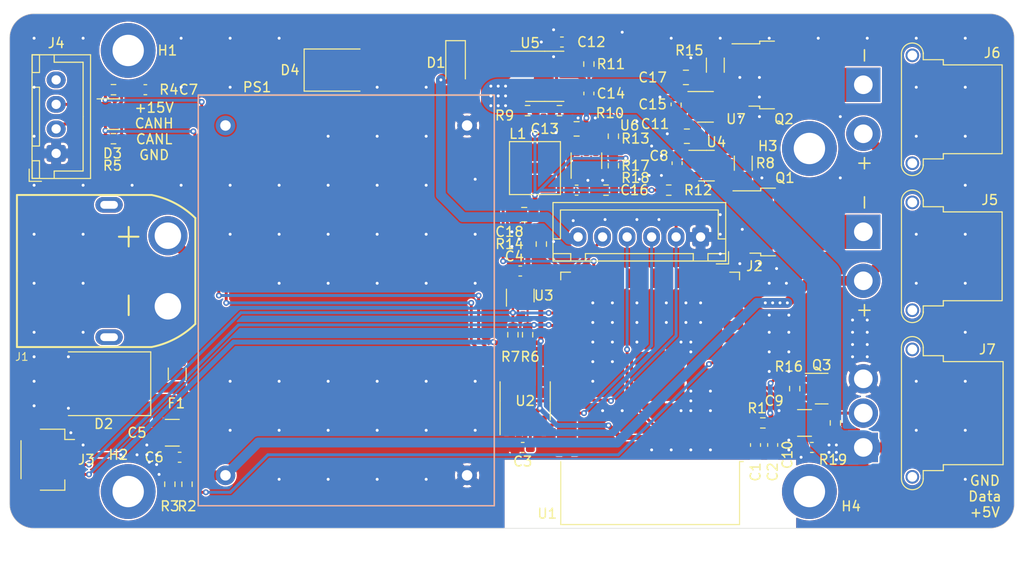
<source format=kicad_pcb>
(kicad_pcb (version 20211014) (generator pcbnew)
  (layers (0 "F.Cu" signal) (31 "B.Cu" signal) (34 "B.Paste" user) (35 "F.Paste" user) (36 "B.SilkS" user "B.Silkscreen") (37 "F.SilkS" user "F.Silkscreen") (38 "B.Mask" user) (39 "F.Mask" user) (44 "Edge.Cuts" user))
  (net 0 "")
  (net 1 "GND")
  (net 2 "+3V3")
  (net 3 "IO0")
  (net 4 "EN")
  (net 5 "ESP_TX")
  (net 6 "ESP_RX")
  (net 7 "+VSW")
  (net 8 "Net-(C7-Pad1)")
  (net 9 "+5V")
  (net 10 "I_SNS")
  (net 11 "+BATT")
  (net 12 "SCL")
  (net 13 "SDA")
  (net 14 "Net-(D1-Pad2)")
  (net 15 "Net-(J5-Pad1)")
  (net 16 "CANL")
  (net 17 "CANH")
  (net 18 "Net-(J6-Pad1)")
  (net 19 "CAN_RX")
  (net 20 "CAN_TX")
  (net 21 "Net-(Q1-Pad1)")
  (net 22 "Net-(J7-Pad2)")
  (net 23 "Net-(Q2-Pad1)")
  (net 24 "LED_Data")
  (net 25 "Net-(C16-Pad1)")
  (net 26 "Net-(C16-Pad2)")
  (net 27 "VIN_SNS")
  (net 28 "Net-(R8-Pad2)")
  (net 29 "IO36")
  (net 30 "5V_SNS")
  (net 31 "IO39")
  (net 33 "Net-(R13-Pad1)")
  (net 34 "Net-(R15-Pad2)")
  (net 35 "Net-(R17-Pad1)")
  (net 39 "LED_Light_1")
  (net 40 "LED_Light_2")
  (net 57 "Net-(R11-Pad2)")
  (net 60 "+5VP")
  (footprint "Capacitor_SMD:C_0603_1608Metric" (layer "F.Cu") (at 100.35 66.5 90)
    (fp_text reference "C2")
    (fp_text value "100n")
  )
  (footprint "Resistor_SMD:R_0603_1608Metric" (layer "F.Cu") (at 38.85 70.5 -90)
    (fp_text reference "R3")
    (fp_text value "1k")
  )
  (footprint "Capacitor_SMD:C_0603_1608Metric" (layer "F.Cu") (at 90.5 31.75 -90)
    (fp_text reference "C15")
    (fp_text value "100nF")
  )
  (footprint "Resistor_SMD:R_0603_1608Metric" (layer "F.Cu") (at 106.75 64.25 -90)
    (fp_text reference "R19")
    (fp_text value "1k")
  )
  (footprint "Resistor_SMD:R_0603_1608Metric" (layer "F.Cu") (at 99.35 64.25 180)
    (fp_text reference "R1")
    (fp_text value "1k")
  )
  (footprint "Resistor_SMD:R_1206_3216Metric" (layer "F.Cu") (at 94.5 27.75 -90)
    (fp_text reference "R15")
    (fp_text value "4.7")
  )
  (footprint "Connector_JST:JST_SH_SM04B-SRSS-TB_1x04-1MP_P1.00mm_Horizontal" (layer "F.Cu") (at 26.35 68 -90)
    (fp_text reference "J3")
    (fp_text value "I2C")
  )
  (footprint "Capacitor_SMD:C_1210_3225Metric" (layer "F.Cu") (at 39.1 65.25 180)
    (fp_text reference "C5")
    (fp_text value "2.2u 100V")
  )
  (footprint "Resistor_SMD:R_0603_1608Metric" (layer "F.Cu") (at 33.1 35.25 180)
    (fp_text reference "R5")
    (fp_text value "56R")
  )
  (footprint "Capacitor_SMD:C_0603_1608Metric" (layer "F.Cu") (at 74.6 48.75 180)
    (fp_text reference "C4")
    (fp_text value "100nF")
  )
  (footprint "Connector_JST:JST_XH_B4B-XH-A_1x04_P2.50mm_Vertical" (layer "F.Cu") (at 27.25 36.75 90)
    (fp_text reference "J4")
    (fp_text value "CAN2")
  )
  (footprint "RF_Module:ESP32-WROOM-32" (layer "F.Cu") (at 87.85 58.75 180)
    (fp_text reference "U1")
    (fp_text value "ESP32-WROOM-32")
  )
  (footprint "Connector_AMASS:AMASS_XT30PW-F_1x02_P2.50mm_Horizontal" (layer "F.Cu") (at 109.6 29.75 -90)
    (fp_text reference "J6")
    (fp_text value "XT30PW-F")
  )
  (footprint "Resistor_SMD:R_0603_1608Metric" (layer "F.Cu") (at 84.1 38 90)
    (fp_text reference "R17")
    (fp_text value "100k")
  )
  (footprint "Fuse:Fuse_1206_3216Metric" (layer "F.Cu") (at 39.6 59.25 90)
    (fp_text reference "F1")
    (fp_text value "2A permanent fuse")
  )
  (footprint "Capacitor_SMD:C_0603_1608Metric" (layer "F.Cu") (at 80.35 40.5)
    (fp_text reference "C16")
    (fp_text value "22n")
  )
  (footprint "Package_SO:SOIC-8_3.9x4.9mm_P1.27mm" (layer "F.Cu") (at 77.1 28.8875)
    (fp_text reference "U5")
    (fp_text value "CC6904")
  )
  (footprint "MountingHole:MountingHole_3.2mm_M3_DIN965_Pad" (layer "F.Cu") (at 34.6 71.25)
    (fp_text reference "H2")
    (fp_text value "MountingHole")
  )
  (footprint "Capacitor_SMD:C_0805_2012Metric" (layer "F.Cu") (at 91.6 35)
    (fp_text reference "C11")
    (fp_text value "1u")
  )
  (footprint "Resistor_SMD:R_0603_1608Metric" (layer "F.Cu") (at 33.1 30.25)
    (fp_text reference "R4")
    (fp_text value "56R")
  )
  (footprint "Package_TO_SOT_SMD:SOT-23-6" (layer "F.Cu") (at 81.35 37.5 90)
    (fp_text reference "U6")
    (fp_text value "MT2492")
  )
  (footprint "MountingHole:MountingHole_3.2mm_M3_DIN965_Pad" (layer "F.Cu") (at 34.6 26.25 90)
    (fp_text reference "H1")
    (fp_text value "MountingHole")
  )
  (footprint "Sensor_Humidity:Sensirion_DFN-8-1EP_2.5x2.5mm_P0.5mm_EP1.1x1.7mm" (layer "F.Cu") (at 74.6 51.25 90)
    (fp_text reference "U3")
    (fp_text value "SHT30-DIS")
  )
  (footprint "Package_SO:SOIC-8_3.9x4.9mm_P1.27mm" (layer "F.Cu") (at 75.1 62 90)
    (fp_text reference "U2")
    (fp_text value "SN65HVD231")
  )
  (footprint "Resistor_SMD:R_0603_1608Metric" (layer "F.Cu") (at 40.6 70.5 90)
    (fp_text reference "R2")
    (fp_text value "22k")
  )
  (footprint "boardcomputer:L_5040" (layer "F.Cu") (at 76.1 38.25 -90)
    (fp_text reference "L1")
    (fp_text value "4.7uH")
  )
  (footprint "Package_TO_SOT_SMD:TO-252-2" (layer "F.Cu") (at 101.6 43.75)
    (fp_text reference "Q1")
    (fp_text value "NCE0115K")
  )
  (footprint "Diode_SMD:D_SMB" (layer "F.Cu") (at 56.1 28.25)
    (fp_text reference "D4")
    (fp_text value "15V C78409")
  )
  (footprint "Diode_SMD:D_SMC" (layer "F.Cu") (at 32.1 60.25 180)
    (fp_text reference "D2")
    (fp_text value "51V TVS C310059")
  )
  (footprint "Package_TO_SOT_SMD:TO-252-2" (layer "F.Cu") (at 101.5 28.75)
    (fp_text reference "Q2")
    (fp_text value "NCE0115K")
  )
  (footprint "Bobbycar-FOC-hardware:Converter_DCDC_120V" (layer "F.Cu") (at 56.85 51.75 90)
    (fp_text reference "PS1")
    (fp_text value "120V DC DC converter")
  )
  (footprint "Resistor_SMD:R_0603_1608Metric" (layer "F.Cu") (at 75.35 55.25 -90)
    (fp_text reference "R6")
    (fp_text value "2k2")
  )
  (footprint "Resistor_SMD:R_0603_1608Metric" (layer "F.Cu") (at 83.35 40.5)
    (fp_text reference "R18")
    (fp_text value "22k")
  )
  (footprint "Capacitor_SMD:C_0805_2012Metric" (layer "F.Cu") (at 80.35 34.25)
    (fp_text reference "C13")
    (fp_text value "22uF")
  )
  (footprint "Capacitor_SMD:C_0603_1608Metric" (layer "F.Cu") (at 104.35 66.75)
    (fp_text reference "C10")
    (fp_text value "100nF")
  )
  (footprint "Capacitor_SMD:C_0603_1608Metric" (layer "F.Cu") (at 90.6 37.75 -90)
    (fp_text reference "C8")
    (fp_text value "100nF")
  )
  (footprint "MountingHole:MountingHole_3.2mm_M3_DIN965_Pad" (layer "F.Cu") (at 104.1 71.25)
    (fp_text reference "H4")
    (fp_text value "MountingHole")
  )
  (footprint "Resistor_SMD:R_1206_3216Metric" (layer "F.Cu") (at 97.35 37.75 90)
    (fp_text reference "R8")
    (fp_text value "4.7")
  )
  (footprint "Capacitor_SMD:C_0805_2012Metric" (layer "F.Cu") (at 91.5 29)
    (fp_text reference "C17")
    (fp_text value "1u")
  )
  (footprint "Capacitor_SMD:C_0603_1608Metric" (layer "F.Cu") (at 98.6 66.5 90)
    (fp_text reference "C1")
    (fp_text value "10u")
  )
  (footprint "Resistor_SMD:R_0603_1608Metric" (layer "F.Cu") (at 89.75 40.5 180)
    (fp_text reference "R12")
    (fp_text value "1k")
  )
  (footprint "boardcomputer:Amass_XT60PW-M" (layer "F.Cu") (at 38.65 48.75 90)
    (fp_text reference "J1")
    (fp_text value "XT60PW-M" hide)
  )
  (footprint "Resistor_SMD:R_0603_1608Metric" (layer "F.Cu") (at 78.6 32.3875 180)
    (fp_text reference "R10")
    (fp_text value "1k")
  )
  (footprint "Capacitor_SMD:C_0805_2012Metric" (layer "F.Cu") (at 75 43)
    (fp_text reference "C18")
    (fp_text value "22uF")
  )
  (footprint "Capacitor_SMD:C_0603_1608Metric" (layer "F.Cu") (at 81.6 30.6375 -90)
    (fp_text reference "C14")
    (fp_text value "100nF")
  )
  (footprint "Diode_SMD:D_SOD-123" (layer "F.Cu") (at 68 27.5 -90)
    (fp_text reference "D1")
    (fp_text value "D")
  )
  (footprint "Connector_AMASS:AMASS_MR30PW-FB_1x03_P3.50mm_Horizontal" (layer "F.Cu") (at 109.6 66.75 -90)
    (fp_text reference "J7")
    (fp_text value "MR30PW-FB")
  )
  (footprint "Connector_JST:JST_XH_B6B-XH-A_1x06_P2.50mm_Vertical" (layer "F.Cu") (at 93 45.275 180)
    (fp_text reference "J2")
    (fp_text value "PROG")
  )
  (footprint "Resistor_SMD:R_0603_1608Metric" (layer "F.Cu") (at 102.6 60.75 90)
    (fp_text reference "R16")
    (fp_text value "1k")
  )
  (footprint "Capacitor_SMD:C_0603_1608Metric" (layer "F.Cu") (at 39.85 67.75 180)
    (fp_text reference "C6")
    (fp_text value "100nF 100V")
  )
  (footprint "Resistor_SMD:R_0603_1608Metric" (layer "F.Cu") (at 81.6 27.6375 90)
    (fp_text reference "R11")
    (fp_text value "1k")
  )
  (footprint "Resistor_SMD:R_0603_1608Metric" (layer "F.Cu") (at 75.35 32.3875 180)
    (fp_text reference "R9")
    (fp_text value "1k")
  )
  (footprint "Resistor_SMD:R_0603_1608Metric" (layer "F.Cu") (at 84.1 35 90)
    (fp_text reference "R13")
    (fp_text value "1k")
  )
  (footprint "Capacitor_SMD:C_0603_1608Metric" (layer "F.Cu") (at 78.85 25.3875 180)
    (fp_text reference "C12")
    (fp_text value "100nF")
  )
  (footprint "Connector_AMASS:AMASS_XT30PW-F_1x02_P2.50mm_Horizontal" (layer "F.Cu") (at 109.6 44.75 -90)
    (fp_text reference "J5")
    (fp_text value "XT30PW-F")
  )
  (footprint "Package_TO_SOT_SMD:SOT-23-5" (layer "F.Cu") (at 93.5 32)
    (fp_text reference "U7")
    (fp_text value "UCC27517")
  )
  (footprint "Capacitor_SMD:C_0603_1608Metric" (layer "F.Cu") (at 74.85 66.75 180)
    (fp_text reference "C3")
    (fp_text value "100n")
  )
  (footprint "Package_TO_SOT_SMD:SOT-23" (layer "F.Cu") (at 105.35 60.75)
    (fp_text reference "Q3")
    (fp_text value "BSS138")
  )
  (footprint "MountingHole:MountingHole_3.2mm_M3_DIN965_Pad" (layer "F.Cu") (at 104.1 36.25)
    (fp_text reference "H3")
    (fp_text value "MountingHole")
  )
  (footprint "Resistor_SMD:R_0603_1608Metric" (layer "F.Cu") (at 73.85 55.25 -90)
    (fp_text reference "R7")
    (fp_text value "2k2")
  )
  (footprint "Resistor_SMD:R_0603_1608Metric" (layer "F.Cu") (at 76.75 46 90)
    (fp_text reference "R14")
    (fp_text value "1k")
  )
  (footprint "Package_TO_SOT_SMD:SOT-23-5" (layer "F.Cu") (at 93.6 38)
    (fp_text reference "U4")
    (fp_text value "UCC27517")
  )
  (footprint "Package_TO_SOT_SMD:SOT-23" (layer "F.Cu") (at 33.1 32.75)
    (fp_text reference "D3")
    (fp_text value "NUP2105L")
  )
  (footprint "Capacitor_SMD:C_1210_3225Metric" (layer "F.Cu") (at 103.6 64.25 180)
    (fp_text reference "C9")
    (fp_text value "2.2u 100V")
  )
  (footprint "Capacitor_SMD:C_0603_1608Metric" (layer "F.Cu") (at 36.35 30.25)
    (fp_text reference "C7")
    (fp_text value "100n")
  )
  (gr_line (start 22.5 72.5) (end 22.5 25) (layer "Edge.Cuts") (width 0.05))
  (gr_arc (start 125 72.5) (mid 124.267767 74.267767) (end 122.5 75) (layer "Edge.Cuts") (width 0.05))
  (gr_line (start 122.5 75) (end 25 75) (layer "Edge.Cuts") (width 0.05))
  (gr_line (start 125 25) (end 125 72.5) (layer "Edge.Cuts") (width 0.05))
  (gr_line (start 25 22.5) (end 122.5 22.5) (layer "Edge.Cuts") (width 0.05))
  (gr_arc (start 22.5 25) (mid 23.232233 23.232233) (end 25 22.5) (layer "Edge.Cuts") (width 0.05))
  (gr_arc (start 25 75) (mid 23.232233 74.267767) (end 22.5 72.5) (layer "Edge.Cuts") (width 0.05))
  (gr_arc (start 122.5 22.5) (mid 124.267767 23.232233) (end 125 25) (layer "Edge.Cuts") (width 0.05))
  (gr_text "GND\nData\n+5V" (at 122 71.75) (layer "F.SilkS") (effects (font (size 1 1))))
  (gr_text "+15V\nCANH\nCANL\nGND" (at 37.25 34.5) (layer "F.SilkS") (effects (font (size 1 1))))
  (segment (start 74.35 51) (end 74.6 51.25) (width 0.3) (layer "F.Cu") (net 1))
  (segment (start 74.35 51.5) (end 74.6 51.25) (width 0.3) (layer "F.Cu") (net 1))
  (segment (start 74.6 51.25) (end 73.25 51.25) (width 0.3) (layer "F.Cu") (net 1))
  (segment (start 74.35 52.425) (end 74.35 51.5) (width 0.3) (layer "F.Cu") (net 1))
  (segment (start 74.35 50.075) (end 74.35 51) (width 0.3) (layer "F.Cu") (net 1))
  (via (at 40 40) (size 0.6) (drill 0.3) (layers "F.Cu" "B.Cu") (net 1))
  (via (at 60 70) (size 0.6) (drill 0.3) (layers "F.Cu" "B.Cu") (net 1))
  (via (at 110 25) (size 0.6) (drill 0.3) (layers "F.Cu" "B.Cu") (net 1))
  (via (at 30 55) (size 0.6) (drill 0.3) (layers "F.Cu" "B.Cu") (net 1))
  (via (at 65 50) (size 0.6) (drill 0.3) (layers "F.Cu" "B.Cu") (net 1))
  (via (at 55 60) (size 0.6) (drill 0.3) (layers "F.Cu" "B.Cu") (net 1))
  (via (at 86.5 54) (size 0.6) (drill 0.3) (layers "F.Cu" "B.Cu") (net 1))
  (via (at 120 30) (size 0.6) (drill 0.3) (layers "F.Cu" "B.Cu") (net 1))
  (via (at 101.75 50) (size 0.6) (drill 0.3) (layers "F.Cu" "B.Cu") (net 1))
  (via (at 102 59) (size 0.6) (drill 0.3) (layers "F.Cu" "B.Cu") (net 1))
  (via (at 60 65) (size 0.6) (drill 0.3) (layers "F.Cu" "B.Cu") (net 1))
  (via (at 102 67) (size 0.6) (drill 0.3) (layers "F.Cu" "B.Cu") (net 1))
  (via (at 37.5 68.5) (size 0.6) (drill 0.3) (layers "F.Cu" "B.Cu") (net 1))
  (via (at 78 26.8875) (size 0.6) (drill 0.3) (layers "F.Cu" "B.Cu") (net 1))
  (via (at 25 60) (size 0.6) (drill 0.3) (layers "F.Cu" "B.Cu") (net 1))
  (via (at 45 25) (size 0.6) (drill 0.3) (layers "F.Cu" "B.Cu") (net 1))
  (via (at 65 30) (size 0.6) (drill 0.3) (layers "F.Cu" "B.Cu") (net 1))
  (via (at 97.25 44.5) (size 0.6) (drill 0.3) (layers "F.Cu" "B.Cu") (net 1))
  (via (at 92 27) (size 0.6) (drill 0.3) (layers "F.Cu" "B.Cu") (net 1))
  (via (at 55 65) (size 0.6) (drill 0.3) (layers "F.Cu" "B.Cu") (net 1))
  (via (at 60 30) (size 0.6) (drill 0.3) (layers "F.Cu" "B.Cu") (net 1))
  (via (at 30 50) (size 0.6) (drill 0.3) (layers "F.Cu" "B.Cu") (net 1))
  (via (at 110 56.25) (size 0.6) (drill 0.3) (layers "F.Cu" "B.Cu") (net 1))
  (via (at 82.25 33.1375) (size 0.6) (drill 0.3) (layers "F.Cu" "B.Cu") (net 1))
  (via (at 55 45) (size 0.6) (drill 0.3) (layers "F.Cu" "B.Cu") (net 1))
  (via (at 50 45) (size 0.6) (drill 0.3) (layers "F.Cu" "B.Cu") (net 1))
  (via (at 102 53.25) (size 0.6) (drill 0.3) (layers "F.Cu" "B.Cu") (net 1))
  (via (at 87.75 39) (size 0.6) (drill 0.3) (layers "F.Cu" "B.Cu") (net 1))
  (via (at 99 31) (size 0.6) (drill 0.3) (layers "F.Cu" "B.Cu") (net 1))
  (via (at 83 39.5) (size 0.6) (drill 0.3) (layers "F.Cu" "B.Cu") (net 1))
  (via (at 45 40) (size 0.6) (drill 0.3) (layers "F.Cu" "B.Cu") (net 1))
  (via (at 100 53.25) (size 0.6) (drill 0.3) (layers "F.Cu" "B.Cu") (net 1))
  (via (at 81.5 39.5) (size 0.6) (drill 0.3) (layers "F.Cu" "B.Cu") (net 1))
  (via (at 65 60) (size 0.6) (drill 0.3) (layers "F.Cu" "B.Cu") (net 1))
  (via (at 45 30) (size 0.6) (drill 0.3) (layers "F.Cu" "B.Cu") (net 1))
  (via (at 30 40) (size 0.6) (drill 0.3) (layers "F.Cu" "B.Cu") (net 1))
  (via (at 74.5 45.5) (size 0.6) (drill 0.3) (layers "F.Cu" "B.Cu") (net 1))
  (via (at 107.25 39.25) (size 0.6) (drill 0.3) (layers "F.Cu" "B.Cu") (net 1))
  (via (at 100 25) (size 0.6) (drill 0.3) (layers "F.Cu" "B.Cu") (net 1))
  (via (at 100.75 48.5) (size 0.6) (drill 0.3) (layers "F.Cu" "B.Cu") (net 1))
  (via (at 115 25) (size 0.6) (drill 0.3) (layers "F.Cu" "B.Cu") (net 1))
  (via (at 55 50) (size 0.6) (drill 0.3) (layers "F.Cu" "B.Cu") (net 1))
  (via (at 25 30) (size 0.6) (drill 0.3) (layers "F.Cu" "B.Cu") (net 1))
  (via (at 45 65) (size 0.6) (drill 0.3) (layers "F.Cu" "B.Cu") (net 1))
  (via (at 88 67) (size 0.6) (drill 0.3) (layers "F.Cu" "B.Cu") (net 1))
  (via (at 65 35) (size 0.6) (drill 0.3) (layers "F.Cu" "B.Cu") (net 1))
  (via (at 91 56) (size 0.6) (drill 0.3) (layers "F.Cu" "B.Cu") (net 1))
  (via (at 25 45) (size 0.6) (drill 0.3) (layers "F.Cu" "B.Cu") (net 1))
  (via (at 70 45) (size 0.6) (drill 0.3) (layers "F.Cu" "B.Cu") (net 1))
  (via (at 94 63) (size 0.6) (drill 0.3) (layers "F.Cu" "B.Cu") (net 1))
  (via (at 86.5 52) (size 0.6) (drill 0.3) (layers "F.Cu" "B.Cu") (net 1))
  (via (at 100 55) (size 0.6) (drill 0.3) (layers "F.Cu" "B.Cu") (net 1))
  (via (at 89.5 52) (size 0.6) (drill 0.3) (layers "F.Cu" "B.Cu") (net 1))
  (via (at 83.25 43.5) (size 0.6) (drill 0.3) (layers "F.Cu" "B.Cu") (net 1))
  (via (at 36.75 68.25) (size 0.6) (drill 0.3) (layers "F.Cu" "B.Cu") (net 1))
  (via (at 115 50) (size 0.6) (drill 0.3) (layers "F.Cu" "B.Cu") (net 1))
  (via (at 91.5 54) (size 0.6) (drill 0.3) (layers "F.Cu" "B.Cu") (net 1))
  (via (at 65 45) (size 0.6) (drill 0.3) (layers "F.Cu" "B.Cu") (net 1))
  (via (at 70 60) (size 0.6) (drill 0.3) (layers "F.Cu" "B.Cu") (net 1))
  (via (at 102 57) (size 0.6) (drill 0.3) (layers "F.Cu" "B.Cu") (net 1))
  (via (at 28.75 65.25) (size 0.6) (drill 0.3) (layers "F.Cu" "B.Cu") (net 1))
  (via (at 120 50) (size 0.6) (drill 0.3) (layers "F.Cu" "B.Cu") (net 1))
  (via (at 92 61) (size 0.6) (drill 0.3) (layers "F.Cu" "B.Cu") (net 1))
  (via (at 82 52) (size 0.6) (drill 0.3) (layers "F.Cu" "B.Cu") (net 1))
  (via (at 115 35) (size 0.6) (drill 0.3) (layers "F.Cu" "B.Cu") (net 1))
  (via (at 60 45) (size 0.6) (drill 0.3) (layers "F.Cu" "B.Cu") (net 1))
  (via (at 102 66) (size 0.6) (drill 0.3) (layers "F.Cu" "B.Cu") (net 1))
  (via (at 91.5 52) (size 0.6) (drill 0.3) (layers "F.Cu" "B.Cu") (net 1))
  (via (at 92 56) (size 0.6) (drill 0.3) (layers "F.Cu" "B.Cu") (net 1))
  (via (at 110 55) (size 0.6) (drill 0.3) (layers "F.Cu" "B.Cu") (net 1))
  (via (at 120 55) (size 0.6) (drill 0.3) (layers "F.Cu" "B.Cu") (net 1))
  (via (at 50 40) (size 0.6) (drill 0.3) (layers "F.Cu" "B.Cu") (net 1))
  (via (at 50 50) (size 0.6) (drill 0.3) (layers "F.Cu" "B.Cu") (net 1))
  (via (at 28.5 62.75) (size 0.6) (drill 0.3) (layers "F.Cu" "B.Cu") (net 1))
  (via (at 25 55) (size 0.6) (drill 0.3) (layers "F.Cu" "B.Cu") (net 1))
  (via (at 84 52) (size 0.6) (drill 0.3) (layers "F.Cu" "B.Cu") (net 1))
  (via (at 120 60) (size 0.6) (drill 0.3) (layers "F.Cu" "B.Cu") (net 1))
  (via (at 100 50) (size 0.6) (drill 0.3) (layers "F.Cu" "B.Cu") (net 1))
  (via (at 101 63) (size 0.6) (drill 0.3) (layers "F.Cu" "B.Cu") (net 1))
  (via (at 97 33) (size 0.6) (drill 0.3) (layers "F.Cu" "B.Cu") (net 1))
  (via (at 115 30) (size 0.6) (drill 0.3) (layers "F.Cu" "B.Cu") (net 1))
  (via (at 30 45) (size 0.6) (drill 0.3) (layers "F.Cu" "B.Cu") (net 1))
  (via (at 103.25 67.75) (size 0.6) (drill 0.3) (layers "F.Cu" "B.Cu") (net 1))
  (via (at 78 45.75) (size 0.6) (drill 0.3) (layers "F.Cu" "B.Cu") (net 1))
  (via (at 93 54) (size 0.6) (drill 0.3) (layers "F.Cu" "B.Cu") (net 1))
  (via (at 70 65) (size 0.6) (drill 0.3) (layers "F.Cu" "B.Cu") (net 1))
  (via (at 120 65) (size 0.6) (drill 0.3) (layers "F.Cu" "B.Cu") (net 1))
  (via (at 55 40) (size 0.6) (drill 0.3) (layers "F.Cu" "B.Cu") (net 1))
  (via (at 70 50) (size 0.6) (drill 0.3) (layers "F.Cu" "B.Cu") (net 1))
  (via (at 76.75 25.3875) (size 0.6) (drill 0.3) (layers "F.Cu" "B.Cu") (net 1))
  (via (at 85 24.3875) (size 0.6) (drill 0.3) (layers "F.Cu" "B.Cu") (net 1))
  (via (at 45 60) (size 0.6) (drill 0.3) (layers "F.Cu" "B.Cu") (net 1))
  (via (at 82 56) (size 0.6) (drill 0.3) (layers "F.Cu" "B.Cu") (net 1))
  (via (at 108.5 56.25) (size 0.6) (drill 0.3) (layers "F.Cu" "B.Cu") (net 1))
  (via (at 78.25 34.6375) (size 0.6) (drill 0.3) (layers "F.Cu" "B.Cu") (net 1))
  (via (at 83 63) (size 0.6) (drill 0.3) (layers "F.Cu" "B.Cu") (net 1))
  (via (at 65 70) (size 0.6) (drill 0.3) (layers "F.Cu" "B.Cu") (net 1))
  (via (at 73.75 44.75) (size 0.6) (drill 0.3) (layers "F.Cu" "B.Cu") (net 1))
  (via (at 88 36) (size 0.6) (drill 0.3) (layers "F.Cu" "B.Cu") (net 1))
  (via (at 97 29) (size 0.6) (drill 0.3) (layers "F.Cu" "B.Cu") (net 1))
  (via (at 115 65) (size 0.6) (drill 0.3) (layers "F.Cu" "B.Cu") (net 1))
  (via (at 108.5 53.75) (size 0.6) (drill 0.3) (layers "F.Cu" "B.Cu") (net 1))
  (via (at 84 56) (size 0.6) (drill 0.3) (layers "F.Cu" "B.Cu") (net 1))
  (via (at 100 57) (size 0.6) (drill 0.3) (layers "F.Cu" "B.Cu") (net 1))
  (via (at 86.5 33.5) (size 0.6) (drill 0.3) (layers "F.Cu" "B.Cu") (net 1))
  (via (at 37.5 67.5) (size 0.6) (drill 0.3) (layers "F.Cu" "B.Cu") (net 1))
  (via (at 92 67) (size 0.6) (drill 0.3) (layers "F.Cu" "B.Cu") (net 1))
  (via (at 99 48) (size 0.6) (drill 0.3) (layers "F.Cu" "B.Cu") (net 1))
  (via (at 108.5 55) (size 0.6) (drill 0.3) (layers "F.Cu" "B.Cu") (net 1))
  (via (at 80.5 33.1375) (size 0.6) (drill 0.3) (layers "F.Cu" "B.Cu") (net 1))
  (via (at 95 45) (size 0.6) (drill 0.3) (layers "F.Cu" "B.Cu") (net 1))
  (via (at 80 43.6125) (size 0.6) (drill 0.3) (layers "F.Cu" "B.Cu") (net 1))
  (via (at 94 61) (size 0.6) (drill 0.3) (layers "F.Cu" "B.Cu") (net 1))
  (via (at 86.5 43.5) (size 0.6) (drill 0.3) (layers "F.Cu" "B.Cu") (net 1))
  (via (at 50 25) (size 0.6) (drill 0.3) (layers "F.Cu" "B.Cu") (net 1))
  (via (at 92 63) (size 0.6) (drill 0.3) (layers "F.Cu" "B.Cu") (net 1))
  (via (at 55 35) (size 0.6) (drill 0.3) (layers "F.Cu" "B.Cu") (net 1))
  (via (at 105 25) (size 0.6) (drill 0.3) (layers "F.Cu" "B.Cu") (net 1))
  (via (at 97 48) (size 0.6) (drill 0.3) (layers "F.Cu" "B.Cu") (net 1))
  (via (at 25 57.5) (size 0.6) (drill 0.3) (layers "F.Cu" "B.Cu") (net 1))
  (via (at 82 58) (size 0.6) (drill 0.3) (layers "F.Cu" "B.Cu") (net 1))
  (via (at 30 66.5) (size 0.6) (drill 0.3) (layers "F.Cu" "B.Cu") (net 1))
  (via (at 95 43) (size 0.6) (drill 0.3) (layers "F.Cu" "B.Cu") (net 1))
  (via (at 115 45) (size 0.6) (drill 0.3) (layers "F.Cu" "B.Cu") (net 1))
  (via (at 102 55) (size 0.6) (drill 0.3) (layers "F.Cu" "B.Cu") (net 1))
  (via (at 120 25) (size 0.6) (drill 0.3) (layers "F.Cu" "B.Cu") (net 1))
  (via (at 25 50) (size 0.6) (drill 0.3) (layers "F.Cu" "B.Cu") (net 1))
  (via (at 90 25) (size 0.6) (drill 0.3) (layers "F.Cu" "B.Cu") (net 1))
  (via (at 60 60) (size 0.6) (drill 0.3) (layers "F.Cu" "B.Cu") (net 1))
  (via (at 78 24.1375) (size 0.6) (drill 0.3) (layers "F.Cu" "B.Cu") (net 1))
  (via (at 120 70) (size 0.6) (drill 0.3) (layers "F.Cu" "B.Cu") (net 1))
  (via (at 65 40) (size 0.6) (drill 0.3) (layers "F.Cu" "B.Cu") (net 1))
  (via (at 82 54) (size 0.6) (drill 0.3) (layers "F.Cu" "B.Cu") (net 1))
  (via (at 99.25 39.25) (size 0.6) (drill 0.3) (layers "F.Cu" "B.Cu") (net 1))
  (via (at 120 45) (size 0.6) (drill 0.3) (layers "F.Cu" "B.Cu") (net 1))
  (via (at 60 35) (size 0.6) (drill 0.3) (layers "F.Cu" "B.Cu") (net 1))
  (via (at 28.5 57.5) (size 0.6) (drill 0.3) (layers "F.Cu" "B.Cu") (net 1))
  (via (at 86.75 39.3875) (size 0.6) (drill 0.3) (layers "F.Cu" "B.Cu") (net 1))
  (via (at 84 54) (size 0.6) (drill 0.3) (layers "F.Cu" "B.Cu") (net 1))
  (via (at 55 70) (size 0.6) (drill 0.3) (layers "F.Cu" "B.Cu") (net 1))
  (via (at 95 47) (size 0.6) (drill 0.3) (layers "F.Cu" "B.Cu") (net 1))
  (via (at 92 57) (size 0.6) (drill 0.3) (layers "F.Cu" "B.Cu") (net 1))
  (via (at 25 35) (size 0.6) (drill 0.3) (layers "F.Cu" "B.Cu") (net 1))
  (via (at 25 40) (size 0.6) (drill 0.3) (layers "F.Cu" "B.Cu") (net 1))
  (via (at 99 33) (size 0.6) (drill 0.3) (layers "F.Cu" "B.Cu") (net 1))
  (via (at 88.75 43.5) (size 0.6) (drill 0.3) (layers "F.Cu" "B.Cu") (net 1))
  (via (at 35 40) (size 0.6) (drill 0.3) (layers "F.Cu" "B.Cu") (net 1))
  (via (at 36.5 66.5) (size 0.6) (drill 0.3) (layers "F.Cu" "B.Cu") (net 1))
  (via (at 84 58) (size 0.6) (drill 0.3) (layers "F.Cu" "B.Cu") (net 1))
  (via (at 35.5 67.5) (size 0.6) (drill 0.3) (layers "F.Cu" "B.Cu") (net 1))
  (via (at 50 65) (size 0.6) (drill 0.3) (layers "F.Cu" "B.Cu") (net 1))
  (via (at 107.25 33) (size 0.6) (drill 0.3) (layers "F.Cu" "B.Cu") (net 1))
  (via (at 37.75 69.5) (size 0.6) (drill 0.3) (layers "F.Cu" "B.Cu") (net 1))
  (via (at 25 25) (size 0.6) (drill 0.3) (layers "F.Cu" "B.Cu") (net 1))
  (via (at 45 45) (size 0.6) (drill 0.3) (layers "F.Cu" "B.Cu") (net 1))
  (via (at 60 40) (size 0.6) (drill 0.3) (layers "F.Cu" "B.Cu") (net 1))
  (via (at 120 35) (size 0.6) (drill 0.3) (layers "F.Cu" "B.Cu") (net 1))
  (via (at 60 50) (size 0.6) (drill 0.3) (layers "F.Cu" "B.Cu") (net 1))
  (via (at 99 29) (size 0.6) (drill 0.3) (layers "F.Cu" "B.Cu") (net 1))
  (via (at 89.5 54) (size 0.6) (drill 0.3) (layers "F.Cu" "B.Cu") (net 1))
  (via (at 73.75 46.25) (size 0.6) (drill 0.3) (layers "F.Cu" "B.Cu") (net 1))
  (via (at 65 65) (size 0.6) (drill 0.3) (layers "F.Cu" "B.Cu") (net 1))
  (via (at 115 60) (size 0.6) (drill 0.3) (layers "F.Cu" "B.Cu") (net 1))
  (via (at 120 40) (size 0.6) (drill 0.3) (layers "F.Cu" "B.Cu") (net 1))
  (via (at 94 67) (size 0.6) (drill 0.3) (layers "F.Cu" "B.Cu") (net 1))
  (via (at 50 70) (size 0.6) (drill 0.3) (layers "F.Cu" "B.Cu") (net 1))
  (via (at 30 25) (size 0.6) (drill 0.3) (layers "F.Cu" "B.Cu") (net 1))
  (via (at 89 37) (size 0.6) (drill 0.3) (layers "F.Cu" "B.Cu") (net 1))
  (via (at 40 30) (size 0.6) (drill 0.3) (layers "F.Cu" "B.Cu") (net 1))
  (via (at 70 39.3875) (size 0.6) (drill 0.3) (layers "F.Cu" "B.Cu") (net 1))
  (via (at 82 60) (size 0.6) (drill 0.3) (layers "F.Cu" "B.Cu") (net 1))
  (via (at 85 63) (size 0.6) (drill 0.3) (layers "F.Cu" "B.Cu") (net 1))
  (via (at 92 62) (size 0.6) (drill 0.3) (layers "F.Cu" "B.Cu") (net 1))
  (via (at 93 52) (size 0.6) (drill 0.3) (layers "F.Cu" "B.Cu") (net 1))
  (via (at 25 62.5) (size 0.6) (drill 0.3) (layers "F.Cu" "B.Cu") (net 1))
  (via (at 108.5 57.5) (size 0.6) (drill 0.3) (layers "F.Cu" "B.Cu") (net 1))
  (via (at 36.5 67.5) (size 0.6) (drill 0.3) (layers "F.Cu" "B.Cu") (net 1))
  (via (at 90 67) (size 0.6) (drill 0.3) (layers "F.Cu" "B.Cu") (net 1))
  (via (at 40 25) (size 0.6) (drill 0.3) (layers "F.Cu" "B.Cu") (net 1))
  (via (at 50 60) (size 0.6) (drill 0.3) (layers "F.Cu" "B.Cu") (net 1))
  (via (at 91 63) (size 0.6) (drill 0.3) (layers "F.Cu" "B.Cu") (net 1))
  (via (at 100 59) (size 0.6) (drill 0.3) (layers "F.Cu" "B.Cu") (net 1))
  (via (at 110 53.75) (size 0.6) (drill 0.3) (layers "F.Cu" "B.Cu") (net 1))
  (via (at 110 57.5) (size 0.6) (drill 0.3) (layers "F.Cu" "B.Cu") (net 1))
  (via (at 86.5 56) (size 0.6) (drill 0.3) (layers "F.Cu" "B.Cu") (net 1))
  (via (at 89 39) (size 0.6) (drill 0.3) (layers "F.Cu" "B.Cu") (net 1))
  (via (at 95 25) (size 0.6) (drill 0.3) (layers "F.Cu" "B.Cu") (net 1))
  (segment (start 73.85 56.075) (end 76.525 56.075) (width 0.5) (layer "F.Cu") (net 2))
  (segment (start 76.1 34.75) (end 76.8875 34.75) (width 0.3) (layer "F.Cu") (net 2))
  (segment (start 79.575 26.9825) (end 79.234283 26.9825) (width 0.3) (layer "F.Cu") (net 2))
  (segment (start 88.925 40.5) (end 88 40.5) (width 0.3) (layer "F.Cu") (net 2))
  (segment (start 100.175 64.25) (end 100.175 65.55) (width 0.5) (layer "F.Cu") (net 2))
  (segment (start 76.1 39.85) (end 76.1 41) (width 0.5) (layer "F.Cu") (net 2))
  (segment (start 79.234283 26.9825) (end 78.30048 27.916303) (width 0.3) (layer "F.Cu") (net 2))
  (segment (start 75.735 63.615) (end 75.735 64.475) (width 0.5) (layer "F.Cu") (net 2))
  (segment (start 78.6 32.031073) (end 78.6 33.0375) (width 0.3) (layer "F.Cu") (net 2))
  (segment (start 75.375 43.875) (end 76.1 43.15) (width 0.5) (layer "F.Cu") (net 2))
  (segment (start 76.1 43.15) (end 76.1 41) (width 0.5) (layer "F.Cu") (net 2))
  (segment (start 76.525 56.075) (end 76.699511 55.900489) (width 0.5) (layer "F.Cu") (net 2))
  (segment (start 84.1 37.175) (end 85.275 37.175) (width 0.3) (layer "F.Cu") (net 2))
  (segment (start 84.835 65.735) (end 96.35 65.735) (width 0.5) (layer "F.Cu") (net 2))
  (segment (start 76.6 62.75) (end 75.735 63.615) (width 0.5) (layer "F.Cu") (net 2))
  (segment (start 76.8875 34.75) (end 78.6 33.0375) (width 0.3) (layer "F.Cu") (net 2))
  (segment (start 75.425 45.175) (end 75.375 45.125) (width 0.5) (layer "F.Cu") (net 2))
  (segment (start 76.75 45.175) (end 75.425 45.175) (width 0.5) (layer "F.Cu") (net 2))
  (segment (start 98.59 65.735) (end 98.6 65.725) (width 0.5) (layer "F.Cu") (net 2))
  (segment (start 33.85 67.5) (end 28.35 67.5) (width 0.5) (layer "F.Cu") (net 2))
  (segment (start 75.625 64.585) (end 75.735 64.475) (width 0.3) (layer "F.Cu") (net 2))
  (segment (start 75.375 45.125) (end 75.375 43.875) (width 0.5) (layer "F.Cu") (net 2))
  (segment (start 100.54239 59.8) (end 100.143756 60.198634) (width 0.3) (layer "F.Cu") (net 2))
  (segment (start 100.175 65.55) (end 100.35 65.725) (width 0.5) (layer "F.Cu") (net 2))
  (segment (start 75.375 48.75) (end 75.375 45.125) (width 0.5) (layer "F.Cu") (net 2))
  (segment (start 73.85 56.075) (end 71.925 56.075) (width 0.5) (layer "F.Cu") (net 2))
  (segment (start 78.30048 27.916303) (end 78.30048 31.731553) (width 0.3) (layer "F.Cu") (net 2))
  (segment (start 95.85 65.735) (end 98.59 65.735) (width 0.5) (layer "F.Cu") (net 2))
  (segment (start 75.35 48.775) (end 75.375 48.75) (width 0.2) (layer "F.Cu") (net 2))
  (segment (start 75.35 50.075) (end 75.35 48.775) (width 0.2) (layer "F.Cu") (net 2))
  (segment (start 79.575 25.4375) (end 79.625 25.3875) (width 0.3) (layer "F.Cu") (net 2))
  (segment (start 71.925 56.075) (end 71.85 56) (width 0.5) (layer "F.Cu") (net 2))
  (segment (start 104.4125 59.8) (end 100.54239 59.8) (width 0.3) (layer "F.Cu") (net 2))
  (segment (start 79.575 26.9825) (end 79.575 25.4375) (width 0.3) (layer "F.Cu") (net 2))
  (segment (start 100.175 63.325) (end 100.1 63.25) (width 0.5) (layer "F.Cu") (net 2))
  (segment (start 85.275 37.175) (end 85.35 37.25) (width 0.3) (layer "F.Cu") (net 2))
  (segment (start 100.175 64.25) (end 100.175 63.325) (width 0.5) (layer "F.Cu") (net 2))
  (segment (start 76.699511 55.900489) (end 76.699511 49.949511) (width 0.5) (layer "F.Cu") (net 2))
  (segment (start 75.5 48.75) (end 75.375 48.75) (width 0.5) (layer "F.Cu") (net 2))
  (segment (start 83.6 64.5) (end 84.835 65.735) (width 0.5) (layer "F.Cu") (net 2))
  (segment (start 75.625 66.75) (end 75.625 64.585) (width 0.3) (layer "F.Cu") (net 2))
  (segment (start 78.30048 31.731553) (end 78.6 32.031073) (width 0.3) (layer "F.Cu") (net 2))
  (segment (start 76.699511 49.949511) (end 75.5 48.75) (width 0.5) (layer "F.Cu") (net 2))
  (segment (start 98.6 65.725) (end 100.35 65.725) (width 0.5) (layer "F.Cu") (net 2))
  (via (at 76.6 62.75) (size 0.6) (drill 0.3) (layers "F.Cu" "B.Cu") (net 2))
  (via (at 100.143756 60.198634) (size 0.6) (drill 0.3) (layers "F.Cu" "B.Cu") (net 2))
  (via (at 83.6 64.5) (size 0.6) (drill 0.3) (layers "F.Cu" "B.Cu") (net 2))
  (via (at 76.1 41) (size 0.6) (drill 0.3) (layers "F.Cu" "B.Cu") (net 2))
  (via (at 85.35 37.25) (size 0.6) (drill 0.3) (layers "F.Cu" "B.Cu") (net 2))
  (via (at 71.85 56) (size 0.6) (drill 0.3) (layers "F.Cu" "B.Cu") (net 2))
  (via (at 100.1 63.25) (size 0.6) (drill 0.3) (layers "F.Cu" "B.Cu") (net 2))
  (via (at 76.1 34.75) (size 0.6) (drill 0.3) (layers "F.Cu" "B.Cu") (net 2))
  (via (at 88 40.5) (size 0.6) (drill 0.3) (layers "F.Cu" "B.Cu") (net 2))
  (via (at 76.699511 55.900489) (size 0.6) (drill 0.3) (layers "F.Cu" "B.Cu") (net 2))
  (via (at 33.85 67.5) (size 0.6) (drill 0.3) (layers "F.Cu" "B.Cu") (net 2))
  (segment (start 88 40.5) (end 76.6 40.5) (width 0.3) (layer "B.Cu") (net 2))
  (segment (start 76.6 40.5) (end 76.1 41) (width 0.3) (layer "B.Cu") (net 2))
  (segment (start 76.7125 40.3875) (end 76.1 41) (width 0.3) (layer "B.Cu") (net 2))
  (segment (start 76.6 56) (end 76.699511 55.900489) (width 0.5) (layer "B.Cu") (net 2))
  (segment (start 45.35 56) (end 33.85 67.5) (width 0.5) (layer "B.Cu") (net 2))
  (segment (start 100.1 60.24239) (end 100.143756 60.198634) (width 0.5) (layer "B.Cu") (net 2))
  (segment (start 100.1 63.25) (end 100.1 60.24239) (width 0.5) (layer "B.Cu") (net 2))
  (segment (start 83.6 64.5) (end 78.35 64.5) (width 0.5) (layer "B.Cu") (net 2))
  (segment (start 85.35 37.25) (end 79.85 37.25) (width 0.3) (layer "B.Cu") (net 2))
  (segment (start 76.1 34.75) (end 76.1 41) (width 0.3) (layer "B.Cu") (net 2))
  (segment (start 76.6 62.75) (end 76.6 56) (width 0.5) (layer "B.Cu") (net 2))
  (segment (start 71.85 56) (end 45.35 56) (width 0.5) (layer "B.Cu") (net 2))
  (segment (start 78.35 64.5) (end 76.6 62.75) (width 0.5) (layer "B.Cu") (net 2))
  (segment (start 76.1 41) (end 79.85 37.25) (width 0.3) (layer "B.Cu") (net 2))
  (segment (start 79.35 49.175) (end 83 45.525) (width 0.3) (layer "F.Cu") (net 3))
  (segment (start 77 46.825) (end 79.35 49.175) (width 0.3) (layer "F.Cu") (net 3))
  (segment (start 79.35 50.495) (end 79.35 49.175) (width 0.3) (layer "F.Cu") (net 3))
  (segment (start 76.75 46.825) (end 77 46.825) (width 0.3) (layer "F.Cu") (net 3))
  (segment (start 85.5 61.754022) (end 88.210978 64.465) (width 0.3) (layer "F.Cu") (net 4))
  (segment (start 95.85 64.465) (end 98.31 64.465) (width 0.3) (layer "F.Cu") (net 4))
  (segment (start 85.5 56.75) (end 85.5 61.754022) (width 0.3) (layer "F.Cu") (net 4))
  (segment (start 88.210978 64.465) (end 96.35 64.465) (width 0.3) (layer "F.Cu") (net 4))
  (segment (start 98.31 64.465) (end 98.525 64.25) (width 0.3) (layer "F.Cu") (net 4))
  (via (at 85.5 56.75) (size 0.6) (drill 0.3) (layers "F.Cu" "B.Cu") (net 4))
  (segment (start 85.5 56.75) (end 85.5 45.525) (width 0.3) (layer "B.Cu") (net 4))
  (segment (start 79.405 63.25) (end 79.35 63.195) (width 0.3) (layer "F.Cu") (net 5))
  (segment (start 81.1 63.25) (end 79.405 63.25) (width 0.3) (layer "F.Cu") (net 5))
  (via (at 81.1 63.25) (size 0.6) (drill 0.3) (layers "F.Cu" "B.Cu") (net 5))
  (segment (start 88 56.35) (end 88 45.525) (width 0.3) (layer "B.Cu") (net 5))
  (segment (start 81.1 63.25) (end 88 56.35) (width 0.3) (layer "B.Cu") (net 5))
  (segment (start 83.775 61.925) (end 79.35 61.925) (width 0.3) (layer "F.Cu") (net 6))
  (segment (start 90.5 40.575) (end 90.5 45.525) (width 0.3) (layer "F.Cu") (net 6))
  (segment (start 90.575 40.5) (end 90.5 40.575) (width 0.3) (layer "F.Cu") (net 6))
  (segment (start 83.85 62) (end 83.775 61.925) (width 0.3) (layer "F.Cu") (net 6))
  (via (at 83.85 62) (size 0.6) (drill 0.3) (layers "F.Cu" "B.Cu") (net 6))
  (segment (start 90.5 55.35) (end 90.5 45.525) (width 0.3) (layer "B.Cu") (net 6))
  (segment (start 83.85 62) (end 90.5 55.35) (width 0.3) (layer "B.Cu") (net 6))
  (segment (start 44.525 69.595) (end 40.68 69.595) (width 1) (layer "F.Cu") (net 7))
  (segment (start 39.6 60.65) (end 35.9 60.65) (width 1) (layer "F.Cu") (net 7))
  (segment (start 40.68 69.595) (end 40.6 69.675) (width 1) (layer "F.Cu") (net 7))
  (segment (start 109.6 49.75) (end 104.1 49.75) (width 1) (layer "F.Cu") (net 7))
  (segment (start 109.6 34.75) (end 112.6 37.75) (width 1) (layer "F.Cu") (net 7))
  (segment (start 35.9 60.65) (end 35.5 60.25) (width 1) (layer "F.Cu") (net 7))
  (segment (start 39.6 60.65) (end 40.6 61.65) (width 1) (layer "F.Cu") (net 7))
  (segment (start 112.6 37.75) (end 112.6 46.75) (width 1) (layer "F.Cu") (net 7))
  (segment (start 101.85 52) (end 99.6 52) (width 1) (layer "F.Cu") (net 7))
  (segment (start 40.6 61.65) (end 40.6 69.675) (width 1) (layer "F.Cu") (net 7))
  (segment (start 112.6 46.75) (end 109.6 49.75) (width 1) (layer "F.Cu") (net 7))
  (segment (start 104.1 49.75) (end 101.85 52) (width 1) (layer "F.Cu") (net 7))
  (via (at 101.85 52) (size 0.6) (drill 0.3) (layers "F.Cu" "B.Cu") (net 7))
  (via (at 100.35 52) (size 0.6) (drill 0.3) (layers "F.Cu" "B.Cu") (net 7))
  (via (at 99.6 52) (size 0.6) (drill 0.3) (layers "F.Cu" "B.Cu") (net 7))
  (via (at 101.1 52) (size 0.6) (drill 0.3) (layers "F.Cu" "B.Cu") (net 7))
  (segment (start 99.6 52) (end 98.757188 52) (width 1) (layer "B.Cu") (net 7))
  (segment (start 84.507188 66.25) (end 47.87 66.25) (width 1) (layer "B.Cu") (net 7))
  (segment (start 100.35 52) (end 99.6 52) (width 1) (layer "B.Cu") (net 7))
  (segment (start 101.85 52) (end 101.1 52) (width 1) (layer "B.Cu") (net 7))
  (segment (start 101.1 52) (end 100.35 52) (width 1) (layer "B.Cu") (net 7))
  (segment (start 98.757188 52) (end 84.507188 66.25) (width 1) (layer "B.Cu") (net 7))
  (segment (start 47.87 66.25) (end 44.525 69.595) (width 1) (layer "B.Cu") (net 7))
  (segment (start 33.925 30.25) (end 33.925 31.489283) (width 0.3) (layer "F.Cu") (net 8))
  (segment (start 33.00048 33.164763) (end 33.925 34.089283) (width 0.3) (layer "F.Cu") (net 8))
  (segment (start 35.575 30.25) (end 33.925 30.25) (width 0.3) (layer "F.Cu") (net 8))
  (segment (start 33.00048 32.413803) (end 33.00048 33.164763) (width 0.3) (layer "F.Cu") (net 8))
  (segment (start 33.925 31.489283) (end 33.00048 32.413803) (width 0.3) (layer "F.Cu") (net 8))
  (segment (start 33.925 34.089283) (end 33.925 35.25) (width 0.3) (layer "F.Cu") (net 8))
  (segment (start 90.65 35) (end 89.85 35) (width 0.3) (layer "F.Cu") (net 9))
  (segment (start 90.55 29) (end 90.55 30.925) (width 0.3) (layer "F.Cu") (net 9))
  (segment (start 90.55 30.925) (end 90.5 30.975) (width 0.3) (layer "F.Cu") (net 9))
  (segment (start 90.6 36.975) (end 90.6 35.05) (width 0.3) (layer "F.Cu") (net 9))
  (segment (start 92.4625 37.05) (end 90.675 37.05) (width 0.3) (layer "F.Cu") (net 9))
  (segment (start 90.675 37.05) (end 90.6 36.975) (width 0.3) (layer "F.Cu") (net 9))
  (segment (start 84.1 34.175) (end 81.375 34.175) (width 0.5) (layer "F.Cu") (net 9))
  (segment (start 81.3 34.25) (end 81.3 33.1875) (width 0.5) (layer "F.Cu") (net 9))
  (segment (start 81.35 34.3) (end 81.3 34.25) (width 0.5) (layer "F.Cu") (net 9))
  (segment (start 92.3625 31.05) (end 90.575 31.05) (width 0.3) (layer "F.Cu") (net 9))
  (segment (start 88.875 30.975) (end 88.85 31) (width 0.3) (layer "F.Cu") (net 9))
  (segment (start 90.575 31.05) (end 90.5 30.975) (width 0.3) (layer "F.Cu") (net 9))
  (segment (start 81.3 34.25) (end 81.375 34.175) (width 0.5) (layer "F.Cu") (net 9))
  (segment (start 81.35 36.3625) (end 81.35 34.3) (width 0.5) (layer "F.Cu") (net 9))
  (segment (start 89.85 35) (end 89.6 34.75) (width 0.3) (layer "F.Cu") (net 9))
  (segment (start 90.6 35.05) (end 90.65 35) (width 0.3) (layer "F.Cu") (net 9))
  (segment (start 90.5 30.975) (end 88.875 30.975) (width 0.3) (layer "F.Cu") (net 9))
  (segment (start 81.3 33.1875) (end 81.35 33.1375) (width 0.5) (layer "F.Cu") (net 9))
  (via (at 71.6 30.8875) (size 0.6) (drill 0.3) (layers "F.Cu" "B.Cu") (net 9))
  (via (at 88.85 31) (size 0.6) (drill 0.3) (layers "F.Cu" "B.Cu") (net 9))
  (via (at 72.35 30.8875) (size 0.6) (drill 0.3) (layers "F.Cu" "B.Cu") (net 9))
  (via (at 106.1 66.5) (size 0.6) (drill 0.3) (layers "F.Cu" "B.Cu") (net 9))
  (via (at 73.1 30.8875) (size 0.6) (drill 0.3) (layers "F.Cu" "B.Cu") (net 9))
  (via (at 71.6 31.8875) (size 0.6) (drill 0.3) (layers "F.Cu" "B.Cu") (net 9))
  (via (at 72.35 29.8875) (size 0.6) (drill 0.3) (layers "F.Cu" "B.Cu") (net 9))
  (via (at 73.1 31.8875) (size 0.6) (drill 0.3) (layers "F.Cu" "B.Cu") (net 9))
  (via (at 71.6 29.8875) (size 0.6) (drill 0.3) (layers "F.Cu" "B.Cu") (net 9))
  (via (at 106.85 68) (size 0.6) (drill 0.3) (layers "F.Cu" "B.Cu") (net 9))
  (via (at 81.35 33.1375) (size 0.6) (drill 0.3) (layers "F.Cu" "B.Cu") (net 9))
  (via (at 73.1 29.8875) (size 0.6) (drill 0.3) (layers "F.Cu" "B.Cu") (net 9))
  (via (at 106.85 67.25) (size 0.6) (drill 0.3) (layers "F.Cu" "B.Cu") (net 9))
  (via (at 106.1 67.25) (size 0.6) (drill 0.3) (layers "F.Cu" "B.Cu") (net 9))
  (via (at 89.6 34.75) (size 0.6) (drill 0.3) (layers "F.Cu" "B.Cu") (net 9))
  (via (at 72.35 31.8875) (size 0.6) (drill 0.3) (layers "F.Cu" "B.Cu") (net 9))
  (via (at 106.85 66.5) (size 0.6) (drill 0.3) (layers "F.Cu" "B.Cu") (net 9))
  (segment (start 109.6 66.75) (end 106.85 66.75) (width 3.5) (layer "B.Cu") (net 9))
  (segment (start 105.6 65.5) (end 105.6 49.25) (width 3.5) (layer "B.Cu") (net 9))
  (segment (start 105.6 49.25) (end 87.2375 30.8875) (width 3.5) (layer "B.Cu") (net 9))
  (segment (start 81.35 33.1375) (end 81.35 32.6375) (width 0.5) (layer "B.Cu") (net 9))
  (segment (start 87.2375 30.8875) (end 72.35 30.8875) (width 3.5) (layer "B.Cu") (net 9))
  (segment (start 106.85 66.75) (end 105.6 65.5) (width 3.5) (layer "B.Cu") (net 9))
  (segment (start 81.6 28.4625) (end 81.6 29.8625) (width 0.3) (layer "F.Cu") (net 10))
  (segment (start 84.14952 44.60048) (end 84.14952 47.10048) (width 0.3) (layer "F.Cu") (net 10))
  (segment (start 86.1 34.35) (end 86.1 42.65) (width 0.3) (layer "F.Cu") (net 10))
  (segment (start 84.14952 47.10048) (end 83.405 47.845) (width 0.3) (layer "F.Cu") (net 10))
  (segment (start 83.405 47.845) (end 83.405 49.495) (width 0.3) (layer "F.Cu") (net 10))
  (segment (start 86.1 42.65) (end 84.14952 44.60048) (width 0.3) (layer "F.Cu") (net 10))
  (segment (start 81.6 29.8625) (end 86.1 34.3625) (width 0.3) (layer "F.Cu") (net 10))
  (segment (start 41.85 48.35) (end 41.85 55.6) (width 1) (layer "F.Cu") (net 11))
  (segment (start 38.65 45.15) (end 41.85 48.35) (width 1) (layer "F.Cu") (net 11))
  (segment (start 41.85 55.6) (end 39.6 57.85) (width 1) (layer "F.Cu") (net 11))
  (segment (start 75.35 52.425) (end 75.35 54.425) (width 0.2) (layer "F.Cu") (net 12))
  (segment (start 76 54.25) (end 75.825 54.425) (width 0.2) (layer "F.Cu") (net 12))
  (segment (start 77.5 54.25) (end 77.555 54.305) (width 0.3) (layer "F.Cu") (net 12))
  (segment (start 75.825 54.425) (end 75.35 54.425) (width 0.2) (layer "F.Cu") (net 12))
  (segment (start 28.35 69.5) (end 30.6 69.5) (width 0.3) (layer "F.Cu") (net 12))
  (segment (start 77.555 54.305) (end 78.85 54.305) (width 0.3) (layer "F.Cu") (net 12))
  (via (at 77.5 54.25) (size 0.6) (drill 0.3) (layers "F.Cu" "B.Cu") (net 12))
  (via (at 76 54.25) (size 0.6) (drill 0.3) (layers "F.Cu" "B.Cu") (net 12))
  (via (at 30.6 69.5) (size 0.6) (drill 0.3) (layers "F.Cu" "B.Cu") (net 12))
  (segment (start 45.85 54.25) (end 30.6 69.5) (width 0.3) (layer "B.Cu") (net 12))
  (segment (start 77.5 54.25) (end 45.85 54.25) (width 0.3) (layer "B.Cu") (net 12))
  (segment (start 73.85 53) (end 73.85 52.425) (width 0.2) (layer "F.Cu") (net 13))
  (segment (start 73.85 54.425) (end 73.85 53) (width 0.3) (layer "F.Cu") (net 13))
  (segment (start 28.35 68.5) (end 30.6 68.5) (width 0.3) (layer "F.Cu") (net 13))
  (segment (start 78.85 53.035) (end 77.5 53.035) (width 0.3) (layer "F.Cu") (net 13))
  (via (at 73.85 53) (size 0.6) (drill 0.3) (layers "F.Cu" "B.Cu") (net 13))
  (via (at 30.6 68.5) (size 0.6) (drill 0.3) (layers "F.Cu" "B.Cu") (net 13))
  (via (at 77.5 53.035) (size 0.6) (drill 0.3) (layers "F.Cu" "B.Cu") (net 13))
  (segment (start 77.5 53.035) (end 73.885 53.035) (width 0.3) (layer "B.Cu") (net 13))
  (segment (start 73.85 53) (end 46.1 53) (width 0.3) (layer "B.Cu") (net 13))
  (segment (start 73.885 53.035) (end 73.85 53) (width 0.3) (layer "B.Cu") (net 13))
  (segment (start 46.1 53) (end 30.6 68.5) (width 0.3) (layer "B.Cu") (net 13))
  (segment (start 66.6 29.15) (end 66.5 29.25) (width 1) (layer "F.Cu") (net 14))
  (segment (start 68 29.15) (end 66.6 29.15) (width 1) (layer "F.Cu") (net 14))
  (via (at 66.5 29.25) (size 0.6) (drill 0.3) (layers "F.Cu" "B.Cu") (net 14))
  (segment (start 79.567812 45.525) (end 80.5 45.525) (width 1) (layer "B.Cu") (net 14))
  (segment (start 68.75 43.25) (end 77.292812 43.25) (width 1) (layer "B.Cu") (net 14))
  (segment (start 66.5 41) (end 68.75 43.25) (width 1) (layer "B.Cu") (net 14))
  (segment (start 66.5 29.25) (end 66.5 41) (width 1) (layer "B.Cu") (net 14))
  (segment (start 77.292812 43.25) (end 79.567812 45.525) (width 1) (layer "B.Cu") (net 14))
  (segment (start 109.6 44.75) (end 104.7 44.75) (width 3.5) (layer "F.Cu") (net 15))
  (segment (start 104.7 44.75) (end 103.7 43.75) (width 3.5) (layer "F.Cu") (net 15))
  (segment (start 32.275 33.8125) (end 32.1625 33.7) (width 0.3) (layer "F.Cu") (net 16))
  (segment (start 32.275 35.25) (end 32.275 34.425) (width 0.3) (layer "F.Cu") (net 16))
  (segment (start 43.85 48.635718) (end 43.85 51.25) (width 0.3) (layer "F.Cu") (net 16))
  (segment (start 71.85 57.25) (end 70.35 55.75) (width 0.3) (layer "F.Cu") (net 16))
  (segment (start 32.275 34.425) (end 32.275 33.8125) (width 0.3) (layer "F.Cu") (net 16))
  (segment (start 70.35 55.75) (end 70.35 51.25) (width 0.3) (layer "F.Cu") (net 16))
  (segment (start 41.40048 46.186198) (end 43.85 48.635718) (width 0.3) (layer "F.Cu") (net 16))
  (segment (start 74.1 57.25) (end 71.85 57.25) (width 0.3) (layer "F.Cu") (net 16))
  (segment (start 41.2505 34.5) (end 41.40048 34.64998) (width 0.3) (layer "F.Cu") (net 16))
  (segment (start 32.1125 33.75) (end 32.1625 33.7) (width 0.3) (layer "F.Cu") (net 16))
  (segment (start 75.735 59.525) (end 75.735 58.885) (width 0.3) (layer "F.Cu") (net 16))
  (segment (start 41.40048 34.64998) (end 41.40048 46.186198) (width 0.3) (layer "F.Cu") (net 16))
  (segment (start 27.55 33.75) (end 32.1125 33.75) (width 0.3) (layer "F.Cu") (net 16))
  (segment (start 75.735 58.885) (end 74.1 57.25) (width 0.3) (layer "F.Cu") (net 16))
  (via (at 70.35 51.25) (size 0.6) (drill 0.3) (layers "F.Cu" "B.Cu") (net 16))
  (via (at 41.2505 34.5) (size 0.6) (drill 0.3) (layers "F.Cu" "B.Cu") (net 16))
  (via (at 32.275 34.425) (size 0.6) (drill 0.3) (layers "F.Cu" "B.Cu") (net 16))
  (via (at 43.85 51.25) (size 0.6) (drill 0.3) (layers "F.Cu" "B.Cu") (net 16))
  (segment (start 70.35 51.25) (end 43.85 51.25) (width 0.3) (layer "B.Cu") (net 16))
  (segment (start 32.35 34.5) (end 32.275 34.425) (width 0.3) (layer "B.Cu") (net 16))
  (segment (start 41.2505 34.5) (end 32.35 34.5) (width 0.3) (layer "B.Cu") (net 16))
  (segment (start 32.1125 31.75) (end 32.1625 31.8) (width 0.3) (layer "F.Cu") (net 17))
  (segment (start 27.55 31.75) (end 32.1125 31.75) (width 0.3) (layer "F.Cu") (net 17))
  (segment (start 42.1 46.125) (end 44.6 48.625) (width 0.3) (layer "F.Cu") (net 17))
  (segment (start 71.35 57.75) (end 69.6 56) (width 0.3) (layer "F.Cu") (net 17))
  (segment (start 73.030717 57.75) (end 71.35 57.75) (width 0.3) (layer "F.Cu") (net 17))
  (segment (start 42.1 31.5) (end 42.1 46.125) (width 0.3) (layer "F.Cu") (net 17))
  (segment (start 74.465 59.525) (end 74.465 59.184283) (width 0.3) (layer "F.Cu") (net 17))
  (segment (start 32.275 31.325) (end 32.275 31.6875) (width 0.3) (layer "F.Cu") (net 17))
  (segment (start 32.275 31.6875) (end 32.1625 31.8) (width 0.3) (layer "F.Cu") (net 17))
  (segment (start 74.465 59.184283) (end 73.030717 57.75) (width 0.3) (layer "F.Cu") (net 17))
  (segment (start 44.6 48.625) (end 44.6 52) (width 0.3) (layer "F.Cu") (net 17))
  (segment (start 32.275 30.25) (end 32.275 31.325) (width 0.3) (layer "F.Cu") (net 17))
  (segment (start 69.6 56) (end 69.6 52) (width 0.3) (layer "F.Cu") (net 17))
  (via (at 44.6 52) (size 0.6) (drill 0.3) (layers "F.Cu" "B.Cu") (net 17))
  (via (at 69.6 52) (size 0.6) (drill 0.3) (layers "F.Cu" "B.Cu") (net 17))
  (via (at 42.1 31.5) (size 0.6) (drill 0.3) (layers "F.Cu" "B.Cu") (net 17))
  (via (at 32.275 31.325) (size 0.6) (drill 0.3) (layers "F.Cu" "B.Cu") (net 17))
  (segment (start 42.1 31.5) (end 41.925 31.325) (width 0.3) (layer "B.Cu") (net 17))
  (segment (start 41.925 31.325) (end 32.275 31.325) (width 0.3) (layer "B.Cu") (net 17))
  (segment (start 69.6 52) (end 44.6 52) (width 0.3) (layer "B.Cu") (net 17))
  (segment (start 104.6 29.75) (end 103.6 28.75) (width 3.5) (layer "F.Cu") (net 18))
  (segment (start 109.6 29.75) (end 104.6 29.75) (width 3.5) (layer "F.Cu") (net 18))
  (segment (start 77.015 64.465) (end 77.005 64.475) (width 0.3) (layer "F.Cu") (net 19))
  (segment (start 79.35 64.465) (end 77.015 64.465) (width 0.3) (layer "F.Cu") (net 19))
  (segment (start 79.35 60.655) (end 78.570978 60.655) (width 0.3) (layer "F.Cu") (net 20))
  (segment (start 73.195 63.405) (end 73.195 64.475) (width 0.3) (layer "F.Cu") (net 20))
  (segment (start 77.225978 62) (end 74.6 62) (width 0.3) (layer "F.Cu") (net 20))
  (segment (start 78.570978 60.655) (end 77.225978 62) (width 0.3) (layer "F.Cu") (net 20))
  (segment (start 74.6 62) (end 73.195 63.405) (width 0.3) (layer "F.Cu") (net 20))
  (segment (start 97.35 41.42) (end 97.4 41.47) (width 0.3) (layer "F.Cu") (net 21))
  (segment (start 97.35 39.2125) (end 97.35 41.42) (width 0.3) (layer "F.Cu") (net 21))
  (segment (start 106.6 63.425) (end 106.6 61.3125) (width 0.3) (layer "F.Cu") (net 22))
  (segment (start 106.6 63.425) (end 106.775 63.25) (width 0.3) (layer "F.Cu") (net 22))
  (segment (start 106.775 63.25) (end 109.6 63.25) (width 0.3) (layer "F.Cu") (net 22))
  (segment (start 106.6 61.3125) (end 106.2875 61) (width 0.3) (layer "F.Cu") (net 22))
  (segment (start 97.3 26.47) (end 94.6825 26.47) (width 0.3) (layer "F.Cu") (net 23))
  (segment (start 94.6825 26.47) (end 94.5 26.2875) (width 0.3) (layer "F.Cu") (net 23))
  (segment (start 96.35 60.655) (end 99.755 60.655) (width 0.3) (layer "F.Cu") (net 24))
  (segment (start 104.4125 61.7) (end 100.8 61.7) (width 0.3) (layer "F.Cu") (net 24))
  (segment (start 100.8 61.7) (end 99.755 60.655) (width 0.3) (layer "F.Cu") (net 24))
  (segment (start 80.4 36.3625) (end 76.3875 36.3625) (width 0.5) (layer "F.Cu") (net 25))
  (segment (start 76.3875 36.3625) (end 76.1 36.65) (width 0.5) (layer "F.Cu") (net 25))
  (segment (start 79.575 40.5) (end 79.575 37.1875) (width 0.5) (layer "F.Cu") (net 25))
  (segment (start 79.575 37.1875) (end 80.4 36.3625) (width 0.5) (layer "F.Cu") (net 25))
  (segment (start 80.4 39.775) (end 80.4 38.6375) (width 0.5) (layer "F.Cu") (net 26))
  (segment (start 81.125 40.5) (end 80.4 39.775) (width 0.5) (layer "F.Cu") (net 26))
  (segment (start 38.85 71.325) (end 40.6 71.325) (width 0.3) (layer "F.Cu") (net 27))
  (segment (start 95.85 58.115) (end 93.985 58.115) (width 0.3) (layer "F.Cu") (net 27))
  (segment (start 40.6 71.325) (end 42.525 71.325) (width 0.3) (layer "F.Cu") (net 27))
  (segment (start 93.985 58.115) (end 93.85 58.25) (width 0.3) (layer "F.Cu") (net 27))
  (via (at 42.525 71.325) (size 0.6) (drill 0.3) (layers "F.Cu" "B.Cu") (net 27))
  (via (at 93.85 58.25) (size 0.6) (drill 0.3) (layers "F.Cu" "B.Cu") (net 27))
  (segment (start 84.6 67.5) (end 93.85 58.25) (width 0.3) (layer "B.Cu") (net 27))
  (segment (start 48.85 67.5) (end 84.6 67.5) (width 0.3) (layer "B.Cu") (net 27))
  (segment (start 45.025 71.325) (end 48.85 67.5) (width 0.3) (layer "B.Cu") (net 27))
  (segment (start 42.525 71.325) (end 45.025 71.325) (width 0.3) (layer "B.Cu") (net 27))
  (segment (start 94.7375 37.05) (end 96.5875 37.05) (width 0.3) (layer "F.Cu") (net 28))
  (segment (start 96.5875 37.05) (end 97.35 36.2875) (width 0.3) (layer "F.Cu") (net 28))
  (segment (start 72.85 36.2875) (end 76.175 32.9625) (width 0.3) (layer "F.Cu") (net 30))
  (segment (start 76.175 32.3875) (end 77.775 32.3875) (width 0.3) (layer "F.Cu") (net 30))
  (segment (start 82.1 49.46) (end 82.135 49.495) (width 0.3) (layer "F.Cu") (net 30))
  (segment (start 82.1 47.75) (end 82.1 49.46) (width 0.3) (layer "F.Cu") (net 30))
  (segment (start 76.175 32.9625) (end 76.175 32.3875) (width 0.3) (layer "F.Cu") (net 30))
  (segment (start 72.85 47.75) (end 72.85 36.25) (width 0.3) (layer "F.Cu") (net 30))
  (via (at 72.85 47.75) (size 0.6) (drill 0.3) (layers "F.Cu" "B.Cu") (net 30))
  (via (at 82.1 47.75) (size 0.6) (drill 0.3) (layers "F.Cu" "B.Cu") (net 30))
  (segment (start 72.85 47.75) (end 82.1 47.75) (width 0.3) (layer "B.Cu") (net 30))
  (segment (start 82.8375 35.825) (end 82.3 36.3625) (width 0.5) (layer "F.Cu") (net 33))
  (segment (start 84.1 35.825) (end 82.8375 35.825) (width 0.5) (layer "F.Cu") (net 33))
  (segment (start 94.6375 29.35) (end 94.5 29.2125) (width 0.3) (layer "F.Cu") (net 34))
  (segment (start 94.6375 31.05) (end 94.6375 29.35) (width 0.3) (layer "F.Cu") (net 34))
  (segment (start 82.3 38.6375) (end 83.9125 38.6375) (width 0.5) (layer "F.Cu") (net 35))
  (segment (start 84.175 40.5) (end 84.175 38.9) (width 0.5) (layer "F.Cu") (net 35))
  (segment (start 83.9125 38.6375) (end 84.1 38.825) (width 0.5) (layer "F.Cu") (net 35))
  (segment (start 84.175 38.9) (end 84.1 38.825) (width 0.5) (layer "F.Cu") (net 35))
  (segment (start 92.4625 38.95) (end 92.4625 42.8625) (width 0.3) (layer "F.Cu") (net 39))
  (segment (start 92.295 48.805) (end 92.295 49.495) (width 0.3) (layer "F.Cu") (net 39))
  (segment (start 91.75 48.26) (end 92.295 48.805) (width 0.3) (layer "F.Cu") (net 39))
  (segment (start 92.4625 42.8625) (end 91.75 43.575) (width 0.3) (layer "F.Cu") (net 39))
  (segment (start 91.75 43.575) (end 91.75 48.26) (width 0.3) (layer "F.Cu") (net 39))
  (segment (start 92.3625 32.95) (end 93.6 34.1875) (width 0.3) (layer "F.Cu") (net 40))
  (segment (start 93.6 42.85) (end 94.25 43.5) (width 0.3) (layer "F.Cu") (net 40))
  (segment (start 93.6 34.1875) (end 93.6 42.85) (width 0.3) (layer "F.Cu") (net 40))
  (segment (start 96.35 49.35) (end 96.35 50.495) (width 0.3) (layer "F.Cu") (net 40))
  (segment (start 94.25 43.5) (end 94.25 47.25) (width 0.3) (layer "F.Cu") (net 40))
  (segment (start 94.25 47.25) (end 96.35 49.35) (width 0.3) (layer "F.Cu") (net 40))
  (segment (start 79.575 28.2525) (end 80.16 28.2525) (width 0.3) (layer "F.Cu") (net 57))
  (segment (start 80.16 28.2525) (end 81.6 26.8125) (width 0.3) (layer "F.Cu") (net 57))
  (segment (start 48.295 33.905) (end 53.95 28.25) (width 3.5) (layer "F.Cu") (net 60))
  (segment (start 72.3925 24.75) (end 71.5 24.75) (width 3.5) (layer "F.Cu") (net 60))
  (segment (start 55.550978 24.75) (end 53.95 26.350978) (width 3.5) (layer "F.Cu") (net 60))
  (segment (start 71.78 24.75) (end 55.550978 24.75) (width 3.5) (layer "F.Cu") (net 60))
  (segment (start 53.95 26.350978) (end 53.95 28.25) (width 3.5) (layer "F.Cu") (net 60))
  (segment (start 74.625 26.9825) (end 72.3925 24.75) (width 3.5) (layer "F.Cu") (net 60))
  (segment (start 44.525 33.905) (end 48.295 33.905) (width 3.5) (layer "F.Cu") (net 60))
  (zone (net 1) (net_name "GND") (layers F&B.Cu) (priority 1) (connect_pads (clearance 0)) (min_thickness 0.15) (fill yes (thermal_gap 0.25) (thermal_bridge_width 1))
    (polygon (pts (xy 126 76) (xy 102.75 76) (xy 102.75 68) (xy 73 68) (xy 73 76) (xy 22 76) (xy 22 22) (xy 126 22)))
  )
  (zone locked (net 9) (net_name "+5V") (layer "F.Cu") (priority 2) (connect_pads (clearance 0)) (min_thickness 0.15) (fill yes (thermal_gap 0.25) (thermal_bridge_width 1))
    (polygon (pts (xy 111.85 68.25) (xy 110.85 69.25) (xy 104.1 69.25) (xy 104.1 62.75) (xy 105.85 62.75) (xy 105.85 64.25) (xy 107.6 64.25) (xy 107.85 64.5) (xy 110.85 64.5) (xy 111.85 65.5)))
  )
  (zone (net 9) (net_name "+5V") (layer "F.Cu") (priority 2) (connect_pads (clearance 0)) (min_thickness 0.15) (fill yes (thermal_gap 0.25) (thermal_bridge_width 1))
    (polygon (pts (xy 75.85 31.3875) (xy 75.35 31.8875) (xy 75.35 33.1375) (xy 70.6 33.1375) (xy 70.6 28.8875) (xy 75.85 28.8875)))
  )
)
</source>
